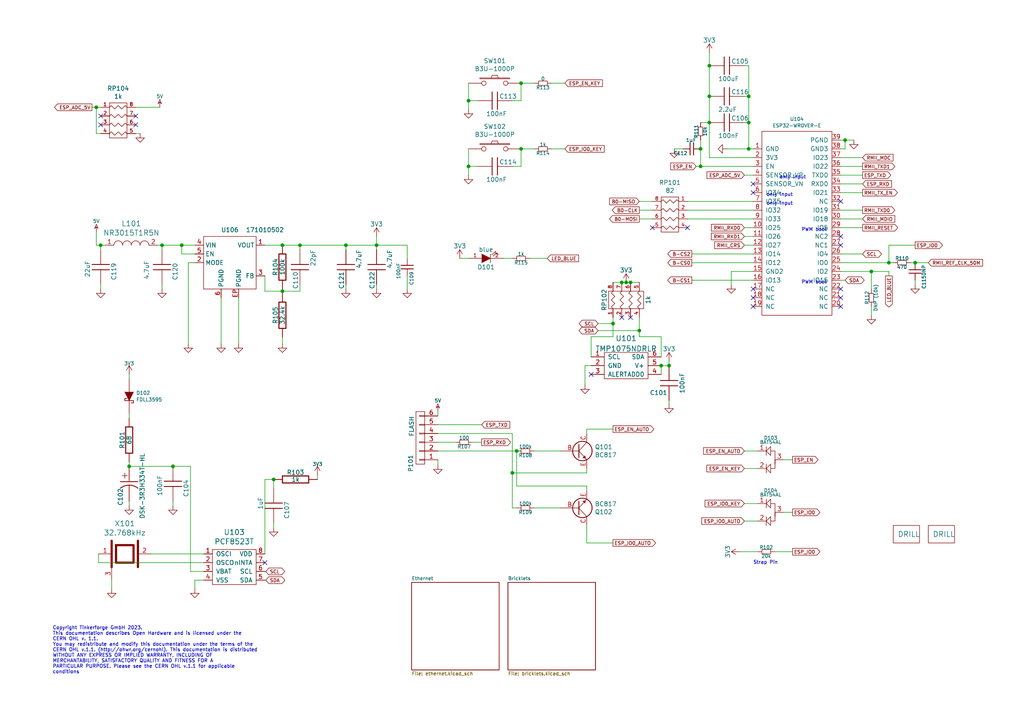
<source format=kicad_sch>
(kicad_sch (version 20230121) (generator eeschema)
  (paper "A4")
  (title_block (title "WARP ESP32 Ethernet Brick") (date "2023-12-27") (rev "1.3") (company "Tinkerforge GmbH") (comment 1 "Licensed under CERN OHL v.1.1") (comment 2 "Copyright (©) 2023, B.Nordmeyer <bastian@tinkerforge.com>"))
  (junction (at 81.915 71.12))
  (junction (at 50.165 135.255))
  (junction (at 205.74 35.56))
  (junction (at 252.73 78.74))
  (junction (at 148.59 137.16))
  (junction (at 46.99 71.12))
  (junction (at 217.17 27.94))
  (junction (at 81.915 84.455))
  (junction (at 257.81 76.2))
  (junction (at 27.94 31.115))
  (junction (at 181.61 81.915))
  (junction (at 205.74 19.05))
  (junction (at 52.705 71.12))
  (junction (at 149.86 130.81))
  (junction (at 180.34 81.915))
  (junction (at 191.77 106.045))
  (junction (at 265.43 76.2))
  (junction (at 151.13 43.18))
  (junction (at 109.22 71.12))
  (junction (at 29.21 71.12))
  (junction (at 194.056 106.045))
  (junction (at 217.17 43.18))
  (junction (at 86.995 71.12))
  (junction (at 177.8 93.853))
  (junction (at 135.89 29.21))
  (junction (at 217.17 35.56))
  (junction (at 245.11 40.64))
  (junction (at 205.74 27.94))
  (junction (at 151.13 24.13))
  (junction (at 203.2 43.18))
  (junction (at 79.375 139.065))
  (junction (at 135.89 48.26))
  (junction (at 37.465 135.255))
  (junction (at 203.2 48.26))
  (junction (at 185.42 95.885))
  (junction (at 100.33 71.12))
  (junction (at 182.88 81.915))
  (no_connect (at 218.44 55.88))
  (no_connect (at 218.44 88.9))
  (no_connect (at 243.84 58.42))
  (no_connect (at 29.21 36.195))
  (no_connect (at 243.84 83.82))
  (no_connect (at 39.37 33.655))
  (no_connect (at 199.39 66.04))
  (no_connect (at 29.21 33.655))
  (no_connect (at 243.84 71.12))
  (no_connect (at 189.23 66.04))
  (no_connect (at 180.34 92.075))
  (no_connect (at 243.84 88.9))
  (no_connect (at 243.84 68.58))
  (no_connect (at 218.44 83.82))
  (no_connect (at 218.44 86.36))
  (no_connect (at 218.44 53.34))
  (no_connect (at 39.37 36.195))
  (no_connect (at 182.88 92.075))
  (no_connect (at 243.84 86.36))
  (no_connect (at 171.45 108.585))
  (no_connect (at 76.835 163.195))
  (wire (pts (xy 185.42 63.5) (xy 189.23 63.5)))
  (wire (pts (xy 148.59 147.32) (xy 149.86 147.32)))
  (wire (pts (xy 182.88 81.915) (xy 185.42 81.915)))
  (wire (pts (xy 146.05 74.93) (xy 148.59 74.93)))
  (wire (pts (xy 205.74 45.72) (xy 205.74 35.56)))
  (wire (pts (xy 194.056 104.775) (xy 194.056 106.045)))
  (wire (pts (xy 203.2 35.56) (xy 205.74 35.56)))
  (wire (pts (xy 109.22 82.55) (xy 109.22 83.82)))
  (wire (pts (xy 185.42 92.075) (xy 185.42 95.885)))
  (wire (pts (xy 127 119.38) (xy 127 120.65)))
  (wire (pts (xy 37.465 109.855) (xy 37.465 108.585)))
  (wire (pts (xy 177.8 124.46) (xy 170.18 124.46)))
  (wire (pts (xy 214.63 160.02) (xy 219.71 160.02)))
  (wire (pts (xy 243.84 55.88) (xy 250.19 55.88)))
  (wire (pts (xy 245.11 40.64) (xy 247.65 40.64)))
  (wire (pts (xy 148.59 48.26) (xy 151.13 48.26)))
  (wire (pts (xy 185.42 97.663) (xy 191.77 97.663)))
  (wire (pts (xy 218.44 45.72) (xy 205.74 45.72)))
  (wire (pts (xy 109.22 68.58) (xy 109.22 71.12)))
  (wire (pts (xy 219.71 130.81) (xy 215.9 130.81)))
  (wire (pts (xy 92.075 137.795) (xy 92.075 139.065)))
  (wire (pts (xy 76.835 80.01) (xy 76.835 84.455)))
  (wire (pts (xy 151.13 48.26) (xy 151.13 43.18)))
  (wire (pts (xy 243.84 60.96) (xy 250.19 60.96)))
  (wire (pts (xy 86.995 71.12) (xy 100.33 71.12)))
  (wire (pts (xy 77.089 165.735) (xy 76.835 165.735)))
  (wire (pts (xy 252.73 83.82) (xy 252.73 78.74)))
  (wire (pts (xy 109.22 71.12) (xy 109.22 72.39)))
  (wire (pts (xy 218.44 73.66) (xy 200.66 73.66)))
  (wire (pts (xy 257.81 78.74) (xy 257.81 80.01)))
  (wire (pts (xy 215.9 27.94) (xy 217.17 27.94)))
  (wire (pts (xy 205.74 19.05) (xy 205.74 27.94)))
  (wire (pts (xy 215.9 50.8) (xy 218.44 50.8)))
  (wire (pts (xy 243.84 73.66) (xy 250.19 73.66)))
  (wire (pts (xy 243.84 81.28) (xy 245.11 81.28)))
  (wire (pts (xy 210.82 43.18) (xy 217.17 43.18)))
  (wire (pts (xy 86.995 84.455) (xy 86.995 82.55)))
  (wire (pts (xy 200.66 81.28) (xy 218.44 81.28)))
  (wire (pts (xy 32.385 170.815) (xy 32.385 168.275)))
  (wire (pts (xy 199.39 58.42) (xy 218.44 58.42)))
  (wire (pts (xy 76.835 168.275) (xy 77.089 168.275)))
  (wire (pts (xy 257.81 71.12) (xy 257.81 76.2)))
  (wire (pts (xy 170.18 157.48) (xy 177.8 157.48)))
  (wire (pts (xy 50.165 135.255) (xy 55.245 135.255)))
  (wire (pts (xy 54.61 76.2) (xy 54.61 99.695)))
  (wire (pts (xy 212.09 78.74) (xy 212.09 82.55)))
  (wire (pts (xy 170.18 142.24) (xy 170.18 140.97)))
  (wire (pts (xy 133.35 74.93) (xy 135.89 74.93)))
  (wire (pts (xy 245.11 40.64) (xy 243.84 40.64)))
  (wire (pts (xy 185.42 60.96) (xy 189.23 60.96)))
  (wire (pts (xy 52.705 71.12) (xy 56.515 71.12)))
  (wire (pts (xy 81.915 97.79) (xy 81.915 99.695)))
  (wire (pts (xy 215.9 66.04) (xy 218.44 66.04)))
  (wire (pts (xy 243.84 45.72) (xy 250.19 45.72)))
  (wire (pts (xy 243.84 76.2) (xy 257.81 76.2)))
  (wire (pts (xy 56.515 168.275) (xy 56.515 170.815)))
  (wire (pts (xy 50.165 135.255) (xy 37.465 135.255)))
  (wire (pts (xy 138.43 29.21) (xy 135.89 29.21)))
  (wire (pts (xy 215.9 19.05) (xy 217.17 19.05)))
  (wire (pts (xy 59.055 168.275) (xy 56.515 168.275)))
  (wire (pts (xy 252.73 91.44) (xy 252.73 88.9)))
  (wire (pts (xy 76.835 139.065) (xy 79.375 139.065)))
  (wire (pts (xy 243.84 48.26) (xy 250.19 48.26)))
  (wire (pts (xy 100.33 71.12) (xy 109.22 71.12)))
  (wire (pts (xy 170.18 137.16) (xy 148.59 137.16)))
  (wire (pts (xy 28.575 163.195) (xy 28.575 160.655)))
  (wire (pts (xy 148.59 137.16) (xy 148.59 147.32)))
  (wire (pts (xy 154.94 147.32) (xy 162.56 147.32)))
  (wire (pts (xy 265.43 76.2) (xy 264.16 76.2)))
  (wire (pts (xy 170.18 152.4) (xy 170.18 157.48)))
  (wire (pts (xy 127 130.81) (xy 149.86 130.81)))
  (wire (pts (xy 27.94 71.12) (xy 29.21 71.12)))
  (wire (pts (xy 219.71 146.05) (xy 215.9 146.05)))
  (wire (pts (xy 45.72 71.12) (xy 46.99 71.12)))
  (wire (pts (xy 217.17 43.18) (xy 218.44 43.18)))
  (wire (pts (xy 39.37 31.115) (xy 46.355 31.115)))
  (wire (pts (xy 135.89 43.18) (xy 135.89 48.26)))
  (wire (pts (xy 26.67 31.115) (xy 27.94 31.115)))
  (wire (pts (xy 39.37 38.735) (xy 40.64 38.735)))
  (wire (pts (xy 171.45 97.663) (xy 177.8 97.663)))
  (wire (pts (xy 148.59 137.16) (xy 148.59 125.73)))
  (wire (pts (xy 154.94 130.81) (xy 162.56 130.81)))
  (wire (pts (xy 100.33 83.82) (xy 100.33 82.55)))
  (wire (pts (xy 154.94 24.13) (xy 151.13 24.13)))
  (wire (pts (xy 46.99 82.55) (xy 46.99 83.82)))
  (wire (pts (xy 118.11 71.12) (xy 118.11 74.93)))
  (wire (pts (xy 252.73 78.74) (xy 257.81 78.74)))
  (wire (pts (xy 59.055 165.735) (xy 55.245 165.735)))
  (wire (pts (xy 215.9 151.13) (xy 219.71 151.13)))
  (wire (pts (xy 171.45 103.505) (xy 171.45 97.663)))
  (wire (pts (xy 37.465 135.255) (xy 37.465 133.985)))
  (wire (pts (xy 191.77 97.663) (xy 191.77 103.505)))
  (wire (pts (xy 137.16 128.27) (xy 139.7 128.27)))
  (wire (pts (xy 76.835 160.655) (xy 76.835 139.065)))
  (wire (pts (xy 135.89 48.26) (xy 135.89 50.8)))
  (wire (pts (xy 243.84 50.8) (xy 250.19 50.8)))
  (wire (pts (xy 160.02 43.18) (xy 163.83 43.18)))
  (wire (pts (xy 81.915 84.455) (xy 86.995 84.455)))
  (wire (pts (xy 217.17 19.05) (xy 217.17 27.94)))
  (wire (pts (xy 217.17 27.94) (xy 217.17 35.56)))
  (wire (pts (xy 177.8 97.663) (xy 177.8 93.853)))
  (wire (pts (xy 265.43 82.55) (xy 265.43 81.28)))
  (wire (pts (xy 37.465 146.685) (xy 37.465 145.415)))
  (wire (pts (xy 170.18 124.46) (xy 170.18 125.73)))
  (wire (pts (xy 86.995 71.12) (xy 86.995 72.39)))
  (wire (pts (xy 135.89 29.21) (xy 135.89 31.75)))
  (wire (pts (xy 224.79 160.02) (xy 229.87 160.02)))
  (wire (pts (xy 138.43 48.26) (xy 135.89 48.26)))
  (wire (pts (xy 173.482 95.885) (xy 185.42 95.885)))
  (wire (pts (xy 127 134.874) (xy 127 133.35)))
  (wire (pts (xy 148.59 125.73) (xy 127 125.73)))
  (wire (pts (xy 200.66 76.2) (xy 218.44 76.2)))
  (wire (pts (xy 46.99 71.12) (xy 52.705 71.12)))
  (wire (pts (xy 243.84 66.04) (xy 250.19 66.04)))
  (wire (pts (xy 215.9 68.58) (xy 218.44 68.58)))
  (wire (pts (xy 180.34 81.915) (xy 181.61 81.915)))
  (wire (pts (xy 100.33 71.12) (xy 100.33 72.39)))
  (wire (pts (xy 194.056 117.221) (xy 194.056 116.205)))
  (wire (pts (xy 177.8 81.915) (xy 180.34 81.915)))
  (wire (pts (xy 217.17 35.56) (xy 217.17 43.18)))
  (wire (pts (xy 81.915 71.12) (xy 86.995 71.12)))
  (wire (pts (xy 56.515 73.66) (xy 52.705 73.66)))
  (wire (pts (xy 76.835 84.455) (xy 81.915 84.455)))
  (wire (pts (xy 203.2 40.64) (xy 203.2 43.18)))
  (wire (pts (xy 170.18 135.89) (xy 170.18 137.16)))
  (wire (pts (xy 151.13 29.21) (xy 151.13 24.13)))
  (wire (pts (xy 177.8 93.853) (xy 177.8 92.075)))
  (wire (pts (xy 127 128.27) (xy 132.08 128.27)))
  (wire (pts (xy 243.84 43.18) (xy 245.11 43.18)))
  (wire (pts (xy 243.84 78.74) (xy 252.73 78.74)))
  (wire (pts (xy 27.94 31.115) (xy 29.21 31.115)))
  (wire (pts (xy 218.44 48.26) (xy 203.2 48.26)))
  (wire (pts (xy 227.33 148.59) (xy 229.87 148.59)))
  (wire (pts (xy 215.9 71.12) (xy 218.44 71.12)))
  (wire (pts (xy 218.44 78.74) (xy 212.09 78.74)))
  (wire (pts (xy 29.21 82.55) (xy 29.21 83.82)))
  (wire (pts (xy 250.19 53.34) (xy 243.84 53.34)))
  (wire (pts (xy 81.915 84.455) (xy 81.915 85.09)))
  (wire (pts (xy 109.22 71.12) (xy 118.11 71.12)))
  (wire (pts (xy 215.9 35.56) (xy 217.17 35.56)))
  (wire (pts (xy 181.61 81.915) (xy 182.88 81.915)))
  (wire (pts (xy 191.77 106.045) (xy 194.056 106.045)))
  (wire (pts (xy 29.21 71.12) (xy 30.48 71.12)))
  (wire (pts (xy 27.94 38.735) (xy 29.21 38.735)))
  (wire (pts (xy 205.74 27.94) (xy 205.74 35.56)))
  (wire (pts (xy 46.99 71.12) (xy 46.99 72.39)))
  (wire (pts (xy 135.89 24.13) (xy 135.89 29.21)))
  (wire (pts (xy 245.11 43.18) (xy 245.11 40.64)))
  (wire (pts (xy 118.11 80.01) (xy 118.11 83.82)))
  (wire (pts (xy 127 123.19) (xy 139.7 123.19)))
  (wire (pts (xy 163.83 24.13) (xy 160.02 24.13)))
  (wire (pts (xy 79.375 139.065) (xy 79.375 141.605)))
  (wire (pts (xy 43.815 160.655) (xy 59.055 160.655)))
  (wire (pts (xy 189.23 58.42) (xy 185.42 58.42)))
  (wire (pts (xy 257.81 76.2) (xy 259.08 76.2)))
  (wire (pts (xy 170.18 140.97) (xy 149.86 140.97)))
  (wire (pts (xy 81.915 84.455) (xy 81.915 83.82)))
  (wire (pts (xy 205.74 15.24) (xy 205.74 19.05)))
  (wire (pts (xy 169.672 106.045) (xy 169.672 111.633)))
  (wire (pts (xy 64.135 86.36) (xy 64.135 99.695)))
  (wire (pts (xy 215.9 135.89) (xy 219.71 135.89)))
  (wire (pts (xy 27.94 31.115) (xy 27.94 38.735)))
  (wire (pts (xy 55.245 165.735) (xy 55.245 135.255)))
  (wire (pts (xy 149.86 140.97) (xy 149.86 130.81)))
  (wire (pts (xy 185.42 95.885) (xy 185.42 97.663)))
  (wire (pts (xy 227.33 133.35) (xy 229.87 133.35)))
  (wire (pts (xy 52.705 73.66) (xy 52.705 71.12)))
  (wire (pts (xy 173.482 93.853) (xy 177.8 93.853)))
  (wire (pts (xy 243.84 63.5) (xy 250.19 63.5)))
  (wire (pts (xy 171.45 106.045) (xy 169.672 106.045)))
  (wire (pts (xy 198.12 43.18) (xy 195.58 43.18)))
  (wire (pts (xy 76.835 71.12) (xy 81.915 71.12)))
  (wire (pts (xy 203.2 48.26) (xy 201.93 48.26)))
  (wire (pts (xy 191.77 106.045) (xy 191.77 108.585)))
  (wire (pts (xy 69.215 86.36) (xy 69.215 99.695)))
  (wire (pts (xy 269.24 76.2) (xy 265.43 76.2)))
  (wire (pts (xy 27.94 71.12) (xy 27.94 67.31)))
  (wire (pts (xy 37.465 121.285) (xy 37.465 120.015)))
  (wire (pts (xy 59.055 163.195) (xy 28.575 163.195)))
  (wire (pts (xy 79.375 153.035) (xy 79.375 151.765)))
  (wire (pts (xy 148.59 29.21) (xy 151.13 29.21)))
  (wire (pts (xy 199.39 63.5) (xy 218.44 63.5)))
  (wire (pts (xy 153.67 74.93) (xy 158.75 74.93)))
  (wire (pts (xy 29.21 71.12) (xy 29.21 72.39)))
  (wire (pts (xy 54.61 76.2) (xy 56.515 76.2)))
  (wire (pts (xy 50.165 146.685) (xy 50.165 145.415)))
  (wire (pts (xy 199.39 60.96) (xy 218.44 60.96)))
  (wire (pts (xy 154.94 43.18) (xy 151.13 43.18)))
  (wire (pts (xy 203.2 43.18) (xy 203.2 48.26)))
  (wire (pts (xy 265.43 71.12) (xy 257.81 71.12)))
  (text "Strap Pin" (at 218.44 163.83 0) (effects (font (size 0.9906 0.9906)) (justify left bottom)))
  (text "only input" (at 222.25 59.69 0) (effects (font (size 0.9906 0.9906)) (justify left bottom)))
  (text "only input" (at 222.25 57.15 0) (effects (font (size 0.9906 0.9906)) (justify left bottom)))
  (text "only input" (at 226.06 52.07 0) (effects (font (size 0.9906 0.9906)) (justify left bottom)))
  (text "Copyright Tinkerforge GmbH 2023.\nThis documentation describes Open Hardware and is licensed under the\nCERN OHL v. 1.1.\nYou may redistribute and modify this documentation under the terms of the\nCERN OHL v.1.1. (http://ohwr.org/cernohl). This documentation is distributed\nWITHOUT ANY EXPRESS OR IMPLIED WARRANTY, INCLUDING OF\nMERCHANTABILITY, SATISFACTORY QUALITY AND FITNESS FOR A\nPARTICULAR PURPOSE. Please see the CERN OHL v.1.1 for applicable\nconditions" (at 15.24 195.58 0) (effects (font (size 0.9906 0.9906)) (justify left bottom)))
  (text "PWM boot" (at 232.41 67.31 0) (effects (font (size 0.9906 0.9906)) (justify left bottom)))
  (text "PWM boot" (at 232.41 82.55 0) (effects (font (size 0.9906 0.9906)) (justify left bottom)))
  (global_label "RMII_RESET" (shape output) (at 250.19 66.04 0) (effects (font (size 0.9906 0.9906))) (property "Intersheetrefs" "${INTERSHEET_REFS}" (effects hide)))
  (global_label "RMII_TXD1" (shape output) (at 250.19 48.26 0) (effects (font (size 0.9906 0.9906))) (property "Intersheetrefs" "${INTERSHEET_REFS}" (effects hide)))
  (global_label "ESP_IO0" (shape output) (at 265.43 71.12 0) (effects (font (size 0.9906 0.9906))) (property "Intersheetrefs" "${INTERSHEET_REFS}" (effects hide)))
  (global_label "ESP_TXD" (shape input) (at 139.7 123.19 0) (effects (font (size 0.9906 0.9906))) (property "Intersheetrefs" "${INTERSHEET_REFS}" (effects hide)))
  (global_label "SDA" (shape bidirectional) (at 173.482 95.885 180) (effects (font (size 0.9906 0.9906))) (property "Intersheetrefs" "${INTERSHEET_REFS}" (effects hide)))
  (global_label "ESP_EN" (shape output) (at 229.87 133.35 0) (effects (font (size 0.9906 0.9906))) (property "Intersheetrefs" "${INTERSHEET_REFS}" (effects hide)))
  (global_label "SCL" (shape bidirectional) (at 77.089 165.735 0) (effects (font (size 0.9906 0.9906))) (property "Intersheetrefs" "${INTERSHEET_REFS}" (effects hide)))
  (global_label "RMII_MDIO" (shape input) (at 250.19 63.5 0) (effects (font (size 0.9906 0.9906))) (property "Intersheetrefs" "${INTERSHEET_REFS}" (effects hide)))
  (global_label "SDA" (shape bidirectional) (at 245.11 81.28 0) (effects (font (size 0.9906 0.9906))) (property "Intersheetrefs" "${INTERSHEET_REFS}" (effects hide)))
  (global_label "RMII_REF_CLK_50M" (shape input) (at 269.24 76.2 0) (effects (font (size 0.9906 0.9906))) (property "Intersheetrefs" "${INTERSHEET_REFS}" (effects hide)))
  (global_label "ESP_EN_AUTO" (shape output) (at 177.8 124.46 0) (effects (font (size 0.9906 0.9906))) (property "Intersheetrefs" "${INTERSHEET_REFS}" (effects hide)))
  (global_label "ESP_IO0_AUTO" (shape output) (at 177.8 157.48 0) (effects (font (size 0.9906 0.9906))) (property "Intersheetrefs" "${INTERSHEET_REFS}" (effects hide)))
  (global_label "RMII_TXD0" (shape output) (at 250.19 60.96 0) (effects (font (size 0.9906 0.9906))) (property "Intersheetrefs" "${INTERSHEET_REFS}" (effects hide)))
  (global_label "ESP_RXD" (shape input) (at 250.19 53.34 0) (effects (font (size 0.9906 0.9906))) (property "Intersheetrefs" "${INTERSHEET_REFS}" (effects hide)))
  (global_label "B-CS0" (shape output) (at 200.66 76.2 180) (effects (font (size 0.9906 0.9906))) (property "Intersheetrefs" "${INTERSHEET_REFS}" (effects hide)))
  (global_label "ESP_EN_KEY" (shape input) (at 215.9 135.89 180) (effects (font (size 0.9906 0.9906))) (property "Intersheetrefs" "${INTERSHEET_REFS}" (effects hide)))
  (global_label "ESP_IO0_AUTO" (shape input) (at 215.9 151.13 180) (effects (font (size 0.9906 0.9906))) (property "Intersheetrefs" "${INTERSHEET_REFS}" (effects hide)))
  (global_label "RMII_RXD0" (shape input) (at 215.9 66.04 180) (effects (font (size 0.9906 0.9906))) (property "Intersheetrefs" "${INTERSHEET_REFS}" (effects hide)))
  (global_label "RMII_TX_EN" (shape output) (at 250.19 55.88 0) (effects (font (size 0.9906 0.9906))) (property "Intersheetrefs" "${INTERSHEET_REFS}" (effects hide)))
  (global_label "SCL" (shape bidirectional) (at 250.19 73.66 0) (effects (font (size 0.9906 0.9906))) (property "Intersheetrefs" "${INTERSHEET_REFS}" (effects hide)))
  (global_label "B-CS2" (shape output) (at 200.66 73.66 180) (effects (font (size 0.9906 0.9906))) (property "Intersheetrefs" "${INTERSHEET_REFS}" (effects hide)))
  (global_label "ESP_IO0" (shape output) (at 229.87 148.59 0) (effects (font (size 0.9906 0.9906))) (property "Intersheetrefs" "${INTERSHEET_REFS}" (effects hide)))
  (global_label "ESP_RXD" (shape output) (at 139.7 128.27 0) (effects (font (size 0.9906 0.9906))) (property "Intersheetrefs" "${INTERSHEET_REFS}" (effects hide)))
  (global_label "RMII_RXD1" (shape input) (at 215.9 68.58 180) (effects (font (size 0.9906 0.9906))) (property "Intersheetrefs" "${INTERSHEET_REFS}" (effects hide)))
  (global_label "RMII_MDC" (shape input) (at 250.19 45.72 0) (effects (font (size 0.9906 0.9906))) (property "Intersheetrefs" "${INTERSHEET_REFS}" (effects hide)))
  (global_label "B0-CLK" (shape output) (at 185.42 60.96 180) (effects (font (size 0.9906 0.9906))) (property "Intersheetrefs" "${INTERSHEET_REFS}" (effects hide)))
  (global_label "SDA" (shape bidirectional) (at 77.089 168.275 0) (effects (font (size 0.9906 0.9906))) (property "Intersheetrefs" "${INTERSHEET_REFS}" (effects hide)))
  (global_label "ESP_ADC_5V" (shape output) (at 26.67 31.115 180) (effects (font (size 0.9906 0.9906))) (property "Intersheetrefs" "${INTERSHEET_REFS}" (effects hide)))
  (global_label "B0-MISO" (shape input) (at 185.42 58.42 180) (effects (font (size 0.9906 0.9906))) (property "Intersheetrefs" "${INTERSHEET_REFS}" (effects hide)))
  (global_label "ESP_IO0_KEY" (shape input) (at 163.83 43.18 0) (effects (font (size 0.9906 0.9906))) (property "Intersheetrefs" "${INTERSHEET_REFS}" (effects hide)))
  (global_label "ESP_EN_AUTO" (shape input) (at 215.9 130.81 180) (effects (font (size 0.9906 0.9906))) (property "Intersheetrefs" "${INTERSHEET_REFS}" (effects hide)))
  (global_label "ESP_EN_KEY" (shape input) (at 163.83 24.13 0) (effects (font (size 0.9906 0.9906))) (property "Intersheetrefs" "${INTERSHEET_REFS}" (effects hide)))
  (global_label "LED_BLUE" (shape input) (at 158.75 74.93 0) (effects (font (size 0.9906 0.9906))) (property "Intersheetrefs" "${INTERSHEET_REFS}" (effects hide)))
  (global_label "ESP_TXD" (shape output) (at 250.19 50.8 0) (effects (font (size 0.9906 0.9906))) (property "Intersheetrefs" "${INTERSHEET_REFS}" (effects hide)))
  (global_label "SCL" (shape bidirectional) (at 173.482 93.853 180) (effects (font (size 0.9906 0.9906))) (property "Intersheetrefs" "${INTERSHEET_REFS}" (effects hide)))
  (global_label "B0-MOSI" (shape output) (at 185.42 63.5 180) (effects (font (size 0.9906 0.9906))) (property "Intersheetrefs" "${INTERSHEET_REFS}" (effects hide)))
  (global_label "ESP_EN" (shape input) (at 201.93 48.26 180) (effects (font (size 0.9906 0.9906))) (property "Intersheetrefs" "${INTERSHEET_REFS}" (effects hide)))
  (global_label "ESP_ADC_5V" (shape input) (at 215.9 50.8 180) (effects (font (size 0.9906 0.9906))) (property "Intersheetrefs" "${INTERSHEET_REFS}" (effects hide)))
  (global_label "ESP_IO0_KEY" (shape input) (at 215.9 146.05 180) (effects (font (size 0.9906 0.9906))) (property "Intersheetrefs" "${INTERSHEET_REFS}" (effects hide)))
  (global_label "LED_BLUE" (shape output) (at 257.81 80.01 270) (effects (font (size 0.9906 0.9906))) (property "Intersheetrefs" "${INTERSHEET_REFS}" (effects hide)))
  (global_label "ESP_IO0" (shape output) (at 229.87 160.02 0) (effects (font (size 0.9906 0.9906))) (property "Intersheetrefs" "${INTERSHEET_REFS}" (effects hide)))
  (global_label "B-CS1" (shape output) (at 200.66 81.28 180) (effects (font (size 0.9906 0.9906))) (property "Intersheetrefs" "${INTERSHEET_REFS}" (effects hide)))
  (global_label "RMII_CRS" (shape input) (at 215.9 71.12 180) (effects (font (size 0.9906 0.9906))) (property "Intersheetrefs" "${INTERSHEET_REFS}" (effects hide)))
  (symbol (lib_name "C_4") (lib_id "tinkerforge:C") (at 210.82 35.56 270) (unit 1)
    (property "Reference" "C106" (at 212.09 34.29 90) (effects (justify left)))
    (property "Value" "100nF" (at 208.28 39.37 90) (effects (justify left)))
    (property "Footprint" "kicad-libraries:C0402F" (effects hide))
  )
  (symbol (lib_id "tinkerforge:LED") (at 140.97 74.93 0) (mirror x) (unit 1)
    (property "Reference" "D101" (at 140.97 77.47 0))
    (property "Value" "blue" (at 140.97 72.39 0))
    (property "Footprint" "kicad-libraries:D0603F" (effects hide))
  )
  (symbol (lib_id "tinkerforge:3V3") (at 133.35 74.93 0) (mirror y) (unit 1)
    (property "Reference" "#PWR0104" (effects hide))
    (property "Value" "3V3" (at 133.35 71.374 0))
  )
  (symbol (lib_id "tinkerforge:3V3") (at 205.74 15.24 0) (unit 1)
    (property "Reference" "#PWR0117" (effects hide))
    (property "Value" "3V3" (at 205.74 11.684 0))
  )
  (symbol (lib_id "tinkerforge:GND") (at 210.82 43.18 270) (unit 1)
    (property "Reference" "#PWR0125" (effects hide))
    (property "Value" "GND" (effects hide))
  )
  (symbol (lib_name "Rs_3") (lib_id "tinkerforge:Rs") (at 134.62 128.27 90) (unit 1)
    (property "Reference" "R107" (at 134.62 129.54 90) (effects (font (size 0.9906 0.9906))))
    (property "Value" "100" (at 134.62 127 90) (effects (font (size 0.9906 0.9906))))
    (property "Footprint" "kicad-libraries:R0402F" (effects hide))
  )
  (symbol (lib_name "Rs_1") (lib_id "tinkerforge:Rs") (at 152.4 130.81 90) (unit 1)
    (property "Reference" "R108" (at 152.4 132.08 90) (effects (font (size 0.9906 0.9906))))
    (property "Value" "100k" (at 152.4 129.54 90) (effects (font (size 0.9906 0.9906))))
    (property "Footprint" "kicad-libraries:R0402F" (effects hide))
  )
  (symbol (lib_name "Rs_2") (lib_id "tinkerforge:Rs") (at 152.4 147.32 90) (unit 1)
    (property "Reference" "R109" (at 152.4 148.59 90) (effects (font (size 0.9906 0.9906))))
    (property "Value" "100k" (at 152.4 146.05 90) (effects (font (size 0.9906 0.9906))))
    (property "Footprint" "kicad-libraries:R0402F" (effects hide))
  )
  (symbol (lib_id "tinkerforge:NPN") (at 167.64 130.81 0) (unit 1)
    (property "Reference" "Q101" (at 172.4914 129.6416 0) (effects (justify left)))
    (property "Value" "BC817" (at 172.4914 131.953 0) (effects (justify left)))
    (property "Footprint" "kicad-libraries:SOT23EBC" (effects hide))
  )
  (symbol (lib_name "NPN_1") (lib_id "tinkerforge:NPN") (at 167.64 147.32 0) (mirror x) (unit 1)
    (property "Reference" "Q102" (at 172.4914 148.4884 0) (effects (justify left)))
    (property "Value" "BC817" (at 172.4914 146.177 0) (effects (justify left)))
    (property "Footprint" "kicad-libraries:SOT23EBC" (effects hide))
  )
  (symbol (lib_name "Rs_8") (lib_id "tinkerforge:Rs") (at 203.2 38.1 0) (unit 1)
    (property "Reference" "R111" (at 201.93 38.1 90) (effects (font (size 0.9906 0.9906))))
    (property "Value" "10k" (at 204.47 38.1 90) (effects (font (size 0.9906 0.9906))))
    (property "Footprint" "kicad-libraries:R0402F" (effects hide))
  )
  (symbol (lib_id "tinkerforge:Cs") (at 200.66 43.18 90) (unit 1)
    (property "Reference" "C112" (at 199.39 44.45 90) (effects (font (size 0.9906 0.9906)) (justify left)))
    (property "Value" "1µF" (at 201.93 40.64 90) (effects (font (size 0.9906 0.9906)) (justify left)))
    (property "Footprint" "kicad-libraries:C0603F" (effects hide))
  )
  (symbol (lib_id "tinkerforge:GND") (at 195.58 43.18 0) (unit 1)
    (property "Reference" "#PWR0124" (effects hide))
    (property "Value" "GND" (effects hide))
  )
  (symbol (lib_name "Cs_2") (lib_id "tinkerforge:Cs") (at 118.11 77.47 180) (unit 1)
    (property "Reference" "C109" (at 119.38 78.74 90) (effects (font (size 0.9906 0.9906)) (justify left)))
    (property "Value" "100nF" (at 115.57 76.2 90) (effects (font (size 0.9906 0.9906)) (justify left)))
    (property "Footprint" "kicad-libraries:C0402F" (effects hide))
  )
  (symbol (lib_name "DRILL_4") (lib_id "tinkerforge:DRILL") (at 273.05 154.94 0) (unit 1)
    (property "Reference" "F103" (effects hide))
    (property "Value" "DRILL" (at 270.51 154.94 0) (effects (font (size 1.524 1.524)) (justify left)))
    (property "Footprint" "kicad-libraries:LSMTSO-M3" (effects hide))
  )
  (symbol (lib_name "DRILL_2") (lib_id "tinkerforge:DRILL") (at 262.89 154.94 0) (unit 1)
    (property "Reference" "F102" (effects hide))
    (property "Value" "DRILL" (at 260.35 154.94 0) (effects (font (size 1.524 1.524)) (justify left)))
    (property "Footprint" "kicad-libraries:LSMTSO-M3" (effects hide))
  )
  (symbol (lib_name "R_PACK4_1") (lib_id "tinkerforge:R_PACK4") (at 34.29 40.005 0) (unit 1)
    (property "Reference" "RP104" (at 34.29 25.654 0))
    (property "Value" "1k" (at 34.29 27.9654 0))
    (property "Footprint" "kicad-libraries:4X0402" (effects hide))
  )
  (symbol (lib_id "tinkerforge:GND") (at 40.64 38.735 0) (unit 1)
    (property "Reference" "#PWR0103" (effects hide))
    (property "Value" "GND" (effects hide))
  )
  (symbol (lib_id "tinkerforge:GND") (at 252.73 91.44 0) (unit 1)
    (property "Reference" "#PWR0121" (effects hide))
    (property "Value" "GND" (effects hide))
  )
  (symbol (lib_name "Rs_5") (lib_id "tinkerforge:Rs") (at 252.73 86.36 0) (unit 1)
    (property "Reference" "R112" (at 251.46 86.36 90) (effects (font (size 0.9906 0.9906))))
    (property "Value" "DNP (10k)" (at 254 86.36 90) (effects (font (size 0.9906 0.9906))))
    (property "Footprint" "kicad-libraries:R0402F" (effects hide))
  )
  (symbol (lib_name "TACT-SWITCH_1") (lib_id "tinkerforge:TACT-SWITCH") (at 143.51 24.13 0) (unit 1)
    (property "Reference" "SW101" (at 143.51 17.653 0))
    (property "Value" "B3U-1000P" (at 143.51 19.9644 0))
    (property "Footprint" "kicad-libraries:B3U-1000P" (effects hide))
  )
  (symbol (lib_name "Rs_9") (lib_id "tinkerforge:Rs") (at 157.48 24.13 90) (unit 1)
    (property "Reference" "R113" (at 157.48 25.4 90) (effects (font (size 0.9906 0.9906))))
    (property "Value" "0" (at 157.48 22.86 90) (effects (font (size 0.9906 0.9906))))
    (property "Footprint" "kicad-libraries:R0402F" (effects hide))
  )
  (symbol (lib_name "C_1") (lib_id "tinkerforge:C") (at 143.51 29.21 270) (unit 1)
    (property "Reference" "C113" (at 144.78 27.94 90) (effects (justify left)))
    (property "Value" "100nF" (at 140.97 33.02 90) (effects (justify left)))
    (property "Footprint" "kicad-libraries:C0402F" (effects hide))
  )
  (symbol (lib_id "tinkerforge:GND") (at 135.89 31.75 0) (unit 1)
    (property "Reference" "#PWR0113" (effects hide))
    (property "Value" "GND" (effects hide))
  )
  (symbol (lib_id "tinkerforge:TACT-SWITCH") (at 143.51 43.18 0) (unit 1)
    (property "Reference" "SW102" (at 143.51 36.703 0))
    (property "Value" "B3U-1000P" (at 143.51 39.0144 0))
    (property "Footprint" "kicad-libraries:B3U-1000P" (effects hide))
  )
  (symbol (lib_id "tinkerforge:Rs") (at 157.48 43.18 90) (unit 1)
    (property "Reference" "R114" (at 157.48 44.45 90) (effects (font (size 0.9906 0.9906))))
    (property "Value" "1k" (at 157.48 41.91 90) (effects (font (size 0.9906 0.9906))))
    (property "Footprint" "kicad-libraries:R0402F" (effects hide))
  )
  (symbol (lib_name "C_2") (lib_id "tinkerforge:C") (at 143.51 48.26 270) (unit 1)
    (property "Reference" "C114" (at 144.78 46.99 90) (effects (justify left)))
    (property "Value" "100nF" (at 140.97 52.07 90) (effects (justify left)))
    (property "Footprint" "kicad-libraries:C0402F" (effects hide))
  )
  (symbol (lib_id "tinkerforge:GND") (at 135.89 50.8 0) (unit 1)
    (property "Reference" "#PWR0114" (effects hide))
    (property "Value" "GND" (effects hide))
  )
  (symbol (lib_id "tinkerforge:ESP32-WROVER-E") (at 231.14 64.77 0) (unit 1)
    (property "Reference" "U104" (at 231.14 34.5186 0) (effects (font (size 0.9906 0.9906))))
    (property "Value" "ESP32-WROVER-E" (at 231.14 36.4236 0) (effects (font (size 0.9906 0.9906))))
    (property "Footprint" "kicad-libraries:ESP32-WROVER-E" (effects hide))
  )
  (symbol (lib_id "tinkerforge:R_PACK4") (at 194.31 67.31 0) (mirror y) (unit 1)
    (property "Reference" "RP101" (at 194.31 52.959 0))
    (property "Value" "82" (at 194.31 55.2704 0))
    (property "Footprint" "kicad-libraries:4X0402" (effects hide))
  )
  (symbol (lib_id "tinkerforge:GND") (at 247.65 40.64 0) (unit 1)
    (property "Reference" "#PWR0123" (effects hide))
    (property "Value" "GND" (effects hide))
  )
  (symbol (lib_id "tinkerforge:GND") (at 212.09 82.55 0) (unit 1)
    (property "Reference" "#PWR0122" (effects hide))
    (property "Value" "GND" (effects hide))
  )
  (symbol (lib_name "Rs_6") (lib_id "tinkerforge:Rs") (at 261.62 76.2 270) (unit 1)
    (property "Reference" "R110" (at 261.62 74.93 90) (effects (font (size 0.9906 0.9906))))
    (property "Value" "470" (at 261.62 77.47 90) (effects (font (size 0.9906 0.9906))))
    (property "Footprint" "kicad-libraries:R0402F" (effects hide))
  )
  (symbol (lib_name "Cs_4") (lib_id "tinkerforge:Cs") (at 265.43 78.74 0) (unit 1)
    (property "Reference" "C115" (at 267.97 83.82 90) (effects (font (size 0.9906 0.9906)) (justify left)))
    (property "Value" "DNP" (at 267.97 80.01 90) (effects (font (size 0.9906 0.9906)) (justify left)))
    (property "Footprint" "kicad-libraries:C0402F" (effects hide))
  )
  (symbol (lib_id "tinkerforge:GND") (at 265.43 82.55 0) (unit 1)
    (property "Reference" "#PWR0118" (effects hide))
    (property "Value" "GND" (effects hide))
  )
  (symbol (lib_name "Rs_7") (lib_id "tinkerforge:Rs") (at 222.25 160.02 270) (unit 1)
    (property "Reference" "R102" (at 222.25 158.75 90) (effects (font (size 0.9906 0.9906))))
    (property "Value" "20k" (at 222.25 161.29 90) (effects (font (size 0.9906 0.9906))))
    (property "Footprint" "kicad-libraries:R0402F" (effects hide))
  )
  (symbol (lib_id "tinkerforge:3V3") (at 214.63 160.02 90) (unit 1)
    (property "Reference" "#PWR0111" (effects hide))
    (property "Value" "3V3" (at 211.074 160.02 0))
  )
  (symbol (lib_id "tinkerforge:BAT54A") (at 222.25 133.35 270) (unit 1)
    (property "Reference" "D103" (at 223.52 127 90) (effects (font (size 0.9906 0.9906))))
    (property "Value" "BAT54AL" (at 223.52 128.27 90) (effects (font (size 0.9906 0.9906))))
    (property "Footprint" "kicad-libraries:SOT23-3" (effects hide))
  )
  (symbol (lib_name "BAT54A_1") (lib_id "tinkerforge:BAT54A") (at 222.25 148.59 270) (unit 1)
    (property "Reference" "D104" (at 223.52 142.24 90) (effects (font (size 0.9906 0.9906))))
    (property "Value" "BAT54AL" (at 223.52 143.51 90) (effects (font (size 0.9906 0.9906))))
    (property "Footprint" "kicad-libraries:SOT23-3" (effects hide))
  )
  (symbol (lib_id "tinkerforge:C") (at 210.82 19.05 270) (unit 1)
    (property "Reference" "C105" (at 212.09 17.78 90) (effects (justify left)))
    (property "Value" "100uF" (at 208.28 22.86 90) (effects (justify left)))
    (property "Footprint" "kicad-libraries:C1210" (effects hide))
  )
  (symbol (lib_name "C_5") (lib_id "tinkerforge:C") (at 210.82 27.94 270) (unit 1)
    (property "Reference" "C116" (at 212.09 26.67 90) (effects (justify left)))
    (property "Value" "2.2uF" (at 208.28 31.75 90) (effects (justify left)))
    (property "Footprint" "kicad-libraries:C0603F" (effects hide))
  )
  (symbol (lib_name "Rs_4") (lib_id "tinkerforge:Rs") (at 151.13 74.93 90) (unit 1)
    (property "Reference" "R115" (at 151.13 76.2 90) (effects (font (size 0.9906 0.9906))))
    (property "Value" "1k" (at 151.13 73.66 90) (effects (font (size 0.9906 0.9906))))
    (property "Footprint" "kicad-libraries:R0402F" (effects hide))
  )
  (symbol (lib_id "tinkerforge:PCF85263AT") (at 67.945 164.465 0) (unit 1)
    (property "Reference" "U103" (at 67.945 154.3812 0) (effects (font (size 1.524 1.524))))
    (property "Value" "PCF8523T" (at 67.945 157.0736 0) (effects (font (size 1.524 1.524))))
    (property "Footprint" "kicad-libraries:SO-8" (effects hide))
  )
  (symbol (lib_name "C_3") (lib_id "tinkerforge:C") (at 194.056 111.125 0) (unit 1)
    (property "Reference" "C101" (at 188.468 113.919 0) (effects (justify left)))
    (property "Value" "100nF" (at 197.866 114.173 90) (effects (justify left)))
    (property "Footprint" "kicad-libraries:C0402F" (effects hide))
  )
  (symbol (lib_id "tinkerforge:INDUCTOR") (at 38.1 71.12 0) (unit 1)
    (property "Reference" "L101" (at 38.1 64.8462 0) (effects (font (size 1.524 1.524))))
    (property "Value" "NR3015T1R5N" (at 38.1 67.5386 0) (effects (font (size 1.524 1.524))))
    (property "Footprint" "kicad-libraries:NR3030" (effects hide))
  )
  (symbol (lib_id "tinkerforge:R") (at 81.915 91.44 180) (unit 1)
    (property "Reference" "R105" (at 79.883 91.44 90))
    (property "Value" "32.4k" (at 81.915 91.44 90))
    (property "Footprint" "kicad-libraries:R0402F" (effects hide))
  )
  (symbol (lib_id "tinkerforge:C") (at 86.995 77.47 180) (unit 1)
    (property "Reference" "C110" (at 85.725 78.74 90) (effects (justify left)))
    (property "Value" "22pF" (at 90.805 72.39 90) (effects (justify left)))
    (property "Footprint" "kicad-libraries:C0402F" (effects hide))
  )
  (symbol (lib_id "tinkerforge:GND") (at 32.385 170.815 0) (unit 1)
    (property "Reference" "#PWR0189" (effects hide))
    (property "Value" "GND" (effects hide))
  )
  (symbol (lib_id "tinkerforge:GND") (at 81.915 99.695 0) (unit 1)
    (property "Reference" "#PWR0202" (effects hide))
    (property "Value" "GND" (effects hide))
  )
  (symbol (lib_id "tinkerforge:GND") (at 194.056 117.221 0) (unit 1)
    (property "Reference" "#PWR0116" (effects hide))
    (property "Value" "GND" (effects hide))
  )
  (symbol (lib_id "tinkerforge:GND") (at 46.99 83.82 0) (unit 1)
    (property "Reference" "#PWR0194" (effects hide))
    (property "Value" "GND" (effects hide))
  )
  (symbol (lib_id "tinkerforge:171010502") (at 66.675 76.2 0) (unit 1)
    (property "Reference" "U106" (at 66.675 66.675 0))
    (property "Value" "171010502" (at 76.835 66.675 0))
    (property "Footprint" "kicad-libraries:171010502" (effects hide))
  )
  (symbol (lib_id "tinkerforge:GND") (at 79.375 153.035 0) (unit 1)
    (property "Reference" "#PWR0190" (effects hide))
    (property "Value" "GND" (effects hide))
  )
  (symbol (lib_id "tinkerforge:GND") (at 118.11 83.82 0) (unit 1)
    (property "Reference" "#PWR0195" (effects hide))
    (property "Value" "GND" (effects hide))
  )
  (symbol (lib_id "tinkerforge:GND") (at 54.61 99.695 0) (unit 1)
    (property "Reference" "#PWR0201" (effects hide))
    (property "Value" "GND" (effects hide))
  )
  (symbol (lib_id "tinkerforge:R") (at 85.725 139.065 90) (unit 1)
    (property "Reference" "R103" (at 85.725 137.033 90))
    (property "Value" "1k" (at 85.725 139.065 90))
    (property "Footprint" "kicad-libraries:R0402F" (effects hide))
  )
  (symbol (lib_id "tinkerforge:C") (at 50.165 140.335 180) (unit 1)
    (property "Reference" "C104" (at 53.975 139.065 90) (effects (justify left)))
    (property "Value" "100nF" (at 46.355 137.795 90) (effects (justify left)))
    (property "Footprint" "kicad-libraries:C0402F" (effects hide))
  )
  (symbol (lib_id "tinkerforge:DIODESCH") (at 37.465 114.935 270) (unit 1)
    (property "Reference" "D102" (at 39.4716 113.9698 90) (effects (font (size 1.016 1.016)) (justify left)))
    (property "Value" "FDLL3595" (at 39.4716 115.9002 90) (effects (font (size 1.016 1.016)) (justify left)))
    (property "Footprint" "kicad-libraries:MiniMelf" (effects hide))
  )
  (symbol (lib_id "tinkerforge:GND") (at 127 134.874 0) (unit 1)
    (property "Reference" "#PWR0101" (effects hide))
    (property "Value" "GND" (effects hide))
  )
  (symbol (lib_id "tinkerforge:3V3") (at 37.465 108.585 0) (unit 1)
    (property "Reference" "#PWR0185" (effects hide))
    (property "Value" "3V3" (at 37.465 105.41 0) (effects (font (size 1.016 1.016))))
  )
  (symbol (lib_id "tinkerforge:3V3") (at 92.075 137.795 0) (unit 1)
    (property "Reference" "#PWR0187" (effects hide))
    (property "Value" "3V3" (at 92.075 134.62 0) (effects (font (size 1.016 1.016))))
  )
  (symbol (lib_id "tinkerforge:C") (at 29.21 77.47 180) (unit 1)
    (property "Reference" "C119" (at 33.02 76.2 90) (effects (justify left)))
    (property "Value" "22uF" (at 25.4 75.565 90) (effects (justify left)))
    (property "Footprint" "kicad-libraries:C1206" (effects hide))
  )
  (symbol (lib_id "tinkerforge:GND") (at 69.215 99.695 0) (unit 1)
    (property "Reference" "#PWR0199" (effects hide))
    (property "Value" "GND" (effects hide))
  )
  (symbol (lib_id "tinkerforge:GND") (at 100.33 83.82 0) (unit 1)
    (property "Reference" "#PWR0196" (effects hide))
    (property "Value" "GND" (effects hide))
  )
  (symbol (lib_id "tinkerforge:C") (at 46.99 77.47 180) (unit 1)
    (property "Reference" "C120" (at 50.8 76.2 90) (effects (justify left)))
    (property "Value" "4.7uF" (at 42.545 75.565 90) (effects (justify left)))
    (property "Footprint" "kicad-libraries:C0805E" (effects hide))
  )
  (symbol (lib_id "tinkerforge:5V") (at 46.355 31.115 0) (unit 1)
    (property "Reference" "#PWR0102" (effects hide))
    (property "Value" "5V" (at 46.355 27.94 0) (effects (font (size 1.016 1.016))))
  )
  (symbol (lib_id "tinkerforge:TMP102") (at 181.61 106.045 0) (unit 1)
    (property "Reference" "U101" (at 181.61 98.1509 0) (effects (font (size 1.524 1.524))))
    (property "Value" "TMP1075NDRLR" (at 181.61 101.1443 0) (effects (font (size 1.524 1.524))))
    (property "Footprint" "kicad-libraries:SOT563" (effects hide))
  )
  (symbol (lib_id "tinkerforge:GND") (at 37.465 146.685 0) (unit 1)
    (property "Reference" "#PWR0186" (effects hide))
    (property "Value" "GND" (effects hide))
  )
  (symbol (lib_id "tinkerforge:GND") (at 50.165 146.685 0) (unit 1)
    (property "Reference" "#PWR0191" (effects hide))
    (property "Value" "GND" (effects hide))
  )
  (symbol (lib_id "tinkerforge:CRYSTAL_3225") (at 36.195 160.655 0) (unit 1)
    (property "Reference" "X101" (at 36.195 151.8412 0) (effects (font (size 1.524 1.524))))
    (property "Value" "32.768kHz" (at 36.195 154.5336 0) (effects (font (size 1.524 1.524))))
    (property "Footprint" "kicad-libraries:AB26TRQ" (effects hide))
  )
  (symbol (lib_id "tinkerforge:CP1") (at 37.465 140.335 0) (unit 1)
    (property "Reference" "C102" (at 34.925 146.685 90) (effects (justify left)))
    (property "Value" "DSK-3R3H334T-HL" (at 41.275 150.495 90) (effects (justify left)))
    (property "Footprint" "kicad-libraries:DSK" (effects hide))
  )
  (symbol (lib_id "tinkerforge:GND") (at 56.515 170.815 0) (unit 1)
    (property "Reference" "#PWR0188" (effects hide))
    (property "Value" "GND" (effects hide))
  )
  (symbol (lib_name "R_PACK4_2") (lib_id "tinkerforge:R_PACK4") (at 186.69 86.995 90) (unit 1)
    (property "Reference" "RP102" (at 175.26 86.995 0))
    (property "Value" "1k" (at 187.96 86.995 0))
    (property "Footprint" "kicad-libraries:4X0402" (effects hide))
  )
  (symbol (lib_id "tinkerforge:CONN_01X06") (at 121.92 127 180) (unit 1)
    (property "Reference" "P101" (at 119.126 131.826 90) (effects (justify left)))
    (property "Value" "FLASH" (at 119.38 120.65 90) (effects (justify left)))
    (property "Footprint" "kicad-libraries:pin_array_1x6-P2mm_D1mm" (effects hide))
  )
  (symbol (lib_id "tinkerforge:3V3") (at 194.056 104.775 0) (mirror y) (unit 1)
    (property "Reference" "#PWR0110" (effects hide))
    (property "Value" "3V3" (at 194.056 101.219 0))
  )
  (symbol (lib_id "tinkerforge:5V") (at 127 119.38 0) (unit 1)
    (property "Reference" "#PWR0105" (effects hide))
    (property "Value" "5V" (at 127 116.205 0) (effects (font (size 1.016 1.016))))
  )
  (symbol (lib_id "tinkerforge:3V3") (at 181.61 81.915 0) (mirror y) (unit 1)
    (property "Reference" "#PWR0108" (effects hide))
    (property "Value" "3V3" (at 181.61 78.359 0))
  )
  (symbol (lib_id "tinkerforge:GND") (at 29.21 83.82 0) (unit 1)
    (property "Reference" "#PWR0193" (effects hide))
    (property "Value" "GND" (effects hide))
  )
  (symbol (lib_id "tinkerforge:R") (at 37.465 127.635 180) (unit 1)
    (property "Reference" "R101" (at 35.433 127.635 90))
    (property "Value" "68" (at 37.465 127.635 90))
    (property "Footprint" "kicad-libraries:R0402F" (effects hide))
  )
  (symbol (lib_id "tinkerforge:GND") (at 109.22 83.82 0) (unit 1)
    (property "Reference" "#PWR0198" (effects hide))
    (property "Value" "GND" (effects hide))
  )
  (symbol (lib_id "tinkerforge:GND") (at 64.135 99.695 0) (unit 1)
    (property "Reference" "#PWR0197" (effects hide))
    (property "Value" "GND" (effects hide))
  )
  (symbol (lib_id "tinkerforge:C") (at 100.33 77.47 180) (unit 1)
    (property "Reference" "C121" (at 99.06 78.74 90) (effects (justify left)))
    (property "Value" "4.7uF" (at 104.14 72.39 90) (effects (justify left)))
    (property "Footprint" "kicad-libraries:C0805E" (effects hide))
  )
  (symbol (lib_id "tinkerforge:3V3") (at 109.22 68.58 0) (unit 1)
    (property "Reference" "#PWR0127" (effects hide))
    (property "Value" "3V3" (at 109.22 65.024 0))
  )
  (symbol (lib_id "tinkerforge:C") (at 109.22 77.47 180) (unit 1)
    (property "Reference" "C122" (at 107.95 78.74 90) (effects (justify left)))
    (property "Value" "4.7uF" (at 113.03 72.39 90) (effects (justify left)))
    (property "Footprint" "kicad-libraries:C0805E" (effects hide))
  )
  (symbol (lib_id "tinkerforge:C") (at 79.375 146.685 180) (unit 1)
    (property "Reference" "C107" (at 83.185 145.415 90) (effects (justify left)))
    (property "Value" "1uF" (at 75.565 144.145 90) (effects (justify left)))
    (property "Footprint" "kicad-libraries:C0603F" (effects hide))
  )
  (symbol (lib_id "tinkerforge:R") (at 81.915 77.47 180) (unit 1)
    (property "Reference" "R104" (at 79.883 77.47 90))
    (property "Value" "100k" (at 81.915 77.47 90))
    (property "Footprint" "kicad-libraries:R0402F" (effects hide))
  )
  (symbol (lib_id "tinkerforge:5V") (at 27.94 67.31 0) (unit 1)
    (property "Reference" "#PWR0200" (effects hide))
    (property "Value" "5V" (at 27.94 64.135 0) (effects (font (size 1.016 1.016))))
  )
  (symbol (lib_id "tinkerforge:GND") (at 169.672 111.633 0) (unit 1)
    (property "Reference" "#PWR0115" (effects hide))
    (property "Value" "GND" (effects hide))
  )
  (sheet (at 147.32 168.91) (size 25.4 25.4)
    (property "Sheetname" "Bricklets" (at 147.32 168.3381 0) (effects (font (size 0.9906 0.9906)) (justify left bottom)))
    (property "Sheetfile" "bricklets.kicad_sch" (at 147.32 194.7828 0) (effects (font (size 0.9906 0.9906)) (justify left top)))
  )
  (sheet (at 119.38 168.91) (size 25.4 25.4)
    (property "Sheetname" "Ethernet" (at 119.38 168.3381 0) (effects (font (size 0.9906 0.9906)) (justify left bottom)))
    (property "Sheetfile" "ethernet.kicad_sch" (at 119.38 194.7828 0) (effects (font (size 0.9906 0.9906)) (justify left top)))
  )
)
</source>
